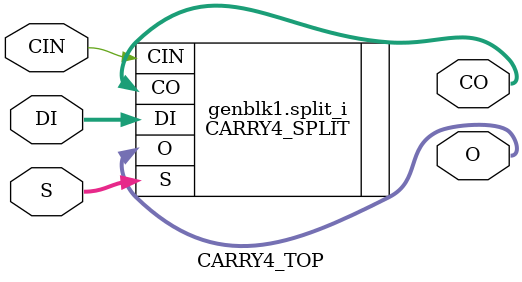
<source format=v>
`include "carry4/carry4.sim.v"
`include "carry4_split/carry4_split.sim.v"

(* MODES = "SPLIT; COMPLETE" *)
module CARRY4_TOP(CO, O, CIN, DI, S);

	output wire [3:0] CO;
	output wire [3:0] O;
	input CIN;
	input [3:0] DI;
	input [3:0] S;
	parameter MODE = "SPLIT";

	generate
		if (MODE == "SPLIT") begin
			CARRY4_SPLIT split_i(.CO(CO), .O(O), .CIN(CIN), .DI(DI), .S(S));
		end else if (MODE == "COMPLETE") begin
			CARRY4 complete_i(.CO(CO), .O(O), .CIN(CIN), .DI(DI), .S(S));
		end
	endgenerate


endmodule

</source>
